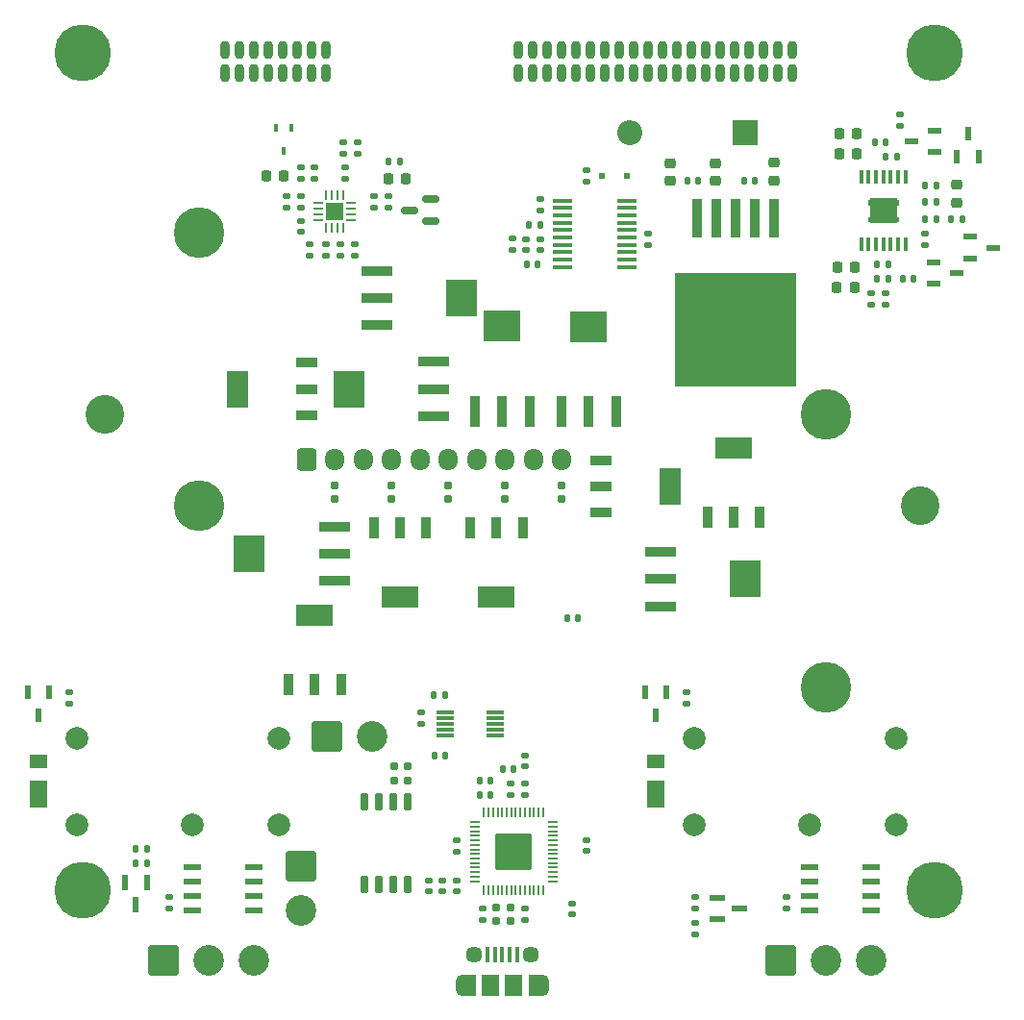
<source format=gbr>
%TF.GenerationSoftware,KiCad,Pcbnew,(6.0.2)*%
%TF.CreationDate,2023-01-13T18:58:57-08:00*%
%TF.ProjectId,ProvesXEPS,50726f76-6573-4584-9550-532e6b696361,rev?*%
%TF.SameCoordinates,Original*%
%TF.FileFunction,Soldermask,Top*%
%TF.FilePolarity,Negative*%
%FSLAX46Y46*%
G04 Gerber Fmt 4.6, Leading zero omitted, Abs format (unit mm)*
G04 Created by KiCad (PCBNEW (6.0.2)) date 2023-01-13 18:58:57*
%MOMM*%
%LPD*%
G01*
G04 APERTURE LIST*
G04 Aperture macros list*
%AMRoundRect*
0 Rectangle with rounded corners*
0 $1 Rounding radius*
0 $2 $3 $4 $5 $6 $7 $8 $9 X,Y pos of 4 corners*
0 Add a 4 corners polygon primitive as box body*
4,1,4,$2,$3,$4,$5,$6,$7,$8,$9,$2,$3,0*
0 Add four circle primitives for the rounded corners*
1,1,$1+$1,$2,$3*
1,1,$1+$1,$4,$5*
1,1,$1+$1,$6,$7*
1,1,$1+$1,$8,$9*
0 Add four rect primitives between the rounded corners*
20,1,$1+$1,$2,$3,$4,$5,0*
20,1,$1+$1,$4,$5,$6,$7,0*
20,1,$1+$1,$6,$7,$8,$9,0*
20,1,$1+$1,$8,$9,$2,$3,0*%
G04 Aperture macros list end*
%ADD10C,0.100000*%
%ADD11RoundRect,0.160000X-0.160000X0.197500X-0.160000X-0.197500X0.160000X-0.197500X0.160000X0.197500X0*%
%ADD12RoundRect,0.135000X-0.185000X0.135000X-0.185000X-0.135000X0.185000X-0.135000X0.185000X0.135000X0*%
%ADD13RoundRect,0.140000X-0.170000X0.140000X-0.170000X-0.140000X0.170000X-0.140000X0.170000X0.140000X0*%
%ADD14R,2.692400X0.939800*%
%ADD15R,2.692400X3.251200*%
%ADD16RoundRect,0.135000X0.185000X-0.135000X0.185000X0.135000X-0.185000X0.135000X-0.185000X-0.135000X0*%
%ADD17RoundRect,0.250001X-1.099999X1.099999X-1.099999X-1.099999X1.099999X-1.099999X1.099999X1.099999X0*%
%ADD18C,2.700000*%
%ADD19RoundRect,0.160000X-0.197500X-0.160000X0.197500X-0.160000X0.197500X0.160000X-0.197500X0.160000X0*%
%ADD20RoundRect,0.135000X0.135000X0.185000X-0.135000X0.185000X-0.135000X-0.185000X0.135000X-0.185000X0*%
%ADD21R,0.939800X2.692400*%
%ADD22R,3.251200X2.692400*%
%ADD23R,0.965200X3.505200*%
%ADD24R,10.668000X9.956800*%
%ADD25RoundRect,0.140000X0.140000X0.170000X-0.140000X0.170000X-0.140000X-0.170000X0.140000X-0.170000X0*%
%ADD26O,0.877000X1.627000*%
%ADD27RoundRect,0.160000X0.197500X0.160000X-0.197500X0.160000X-0.197500X-0.160000X0.197500X-0.160000X0*%
%ADD28C,2.006600*%
%ADD29RoundRect,0.225000X-0.225000X-0.250000X0.225000X-0.250000X0.225000X0.250000X-0.225000X0.250000X0*%
%ADD30R,1.676400X0.355600*%
%ADD31RoundRect,0.135000X-0.135000X-0.185000X0.135000X-0.185000X0.135000X0.185000X-0.135000X0.185000X0*%
%ADD32RoundRect,0.225000X0.250000X-0.225000X0.250000X0.225000X-0.250000X0.225000X-0.250000X-0.225000X0*%
%ADD33RoundRect,0.140000X0.170000X-0.140000X0.170000X0.140000X-0.170000X0.140000X-0.170000X-0.140000X0*%
%ADD34R,1.320800X0.558800*%
%ADD35RoundRect,0.250000X-0.600000X-0.725000X0.600000X-0.725000X0.600000X0.725000X-0.600000X0.725000X0*%
%ADD36O,1.700000X1.950000*%
%ADD37RoundRect,0.160000X0.160000X-0.197500X0.160000X0.197500X-0.160000X0.197500X-0.160000X-0.197500X0*%
%ADD38R,1.900000X0.950000*%
%ADD39R,1.900000X3.250000*%
%ADD40R,0.304800X1.270000*%
%ADD41R,2.460000X2.310000*%
%ADD42R,0.950000X1.900000*%
%ADD43R,3.250000X1.900000*%
%ADD44R,1.168400X0.533400*%
%ADD45R,1.498600X2.387600*%
%ADD46R,1.498600X1.244600*%
%ADD47R,2.200000X2.200000*%
%ADD48O,2.200000X2.200000*%
%ADD49C,5.000000*%
%ADD50RoundRect,0.147500X-0.147500X-0.172500X0.147500X-0.172500X0.147500X0.172500X-0.147500X0.172500X0*%
%ADD51RoundRect,0.250001X-1.099999X-1.099999X1.099999X-1.099999X1.099999X1.099999X-1.099999X1.099999X0*%
%ADD52R,0.533400X1.168400*%
%ADD53RoundRect,0.225000X0.225000X0.250000X-0.225000X0.250000X-0.225000X-0.250000X0.225000X-0.250000X0*%
%ADD54RoundRect,0.140000X-0.140000X-0.170000X0.140000X-0.170000X0.140000X0.170000X-0.140000X0.170000X0*%
%ADD55RoundRect,0.150000X0.587500X0.150000X-0.587500X0.150000X-0.587500X-0.150000X0.587500X-0.150000X0*%
%ADD56R,0.400000X1.350000*%
%ADD57C,1.450000*%
%ADD58O,1.200000X1.900000*%
%ADD59R,1.500000X1.900000*%
%ADD60R,1.200000X1.900000*%
%ADD61RoundRect,0.147500X-0.172500X0.147500X-0.172500X-0.147500X0.172500X-0.147500X0.172500X0.147500X0*%
%ADD62RoundRect,0.150000X-0.150000X0.650000X-0.150000X-0.650000X0.150000X-0.650000X0.150000X0.650000X0*%
%ADD63R,0.558800X1.320800*%
%ADD64R,0.500000X0.500000*%
%ADD65R,0.450000X0.700000*%
%ADD66R,1.499800X0.558800*%
%ADD67R,0.249200X0.804800*%
%ADD68R,0.804800X0.249200*%
%ADD69R,1.550000X1.550000*%
%ADD70R,1.524000X0.330200*%
%ADD71RoundRect,0.050000X0.387500X0.050000X-0.387500X0.050000X-0.387500X-0.050000X0.387500X-0.050000X0*%
%ADD72RoundRect,0.050000X0.050000X0.387500X-0.050000X0.387500X-0.050000X-0.387500X0.050000X-0.387500X0*%
%ADD73RoundRect,0.144000X1.456000X1.456000X-1.456000X1.456000X-1.456000X-1.456000X1.456000X-1.456000X0*%
%ADD74C,4.466000*%
%ADD75C,3.406000*%
G04 APERTURE END LIST*
D10*
%TO.C,IC1*%
X184788700Y-84097201D02*
X184888700Y-84097201D01*
X184888700Y-84097201D02*
X184888700Y-84447201D01*
X184888700Y-84447201D02*
X184788700Y-84447201D01*
X184788700Y-84447201D02*
X184788700Y-84097201D01*
G36*
X184888700Y-84447201D02*
G01*
X184788700Y-84447201D01*
X184788700Y-84097201D01*
X184888700Y-84097201D01*
X184888700Y-84447201D01*
G37*
X184888700Y-84447201D02*
X184788700Y-84447201D01*
X184788700Y-84097201D01*
X184888700Y-84097201D01*
X184888700Y-84447201D01*
X182328700Y-82997201D02*
X182228700Y-82997201D01*
X182228700Y-82997201D02*
X182228700Y-82647201D01*
X182228700Y-82647201D02*
X182328700Y-82647201D01*
X182328700Y-82647201D02*
X182328700Y-82997201D01*
G36*
X182328700Y-82997201D02*
G01*
X182228700Y-82997201D01*
X182228700Y-82647201D01*
X182328700Y-82647201D01*
X182328700Y-82997201D01*
G37*
X182328700Y-82997201D02*
X182228700Y-82997201D01*
X182228700Y-82647201D01*
X182328700Y-82647201D01*
X182328700Y-82997201D01*
X182328700Y-84097201D02*
X182228700Y-84097201D01*
X182228700Y-84097201D02*
X182228700Y-84447201D01*
X182228700Y-84447201D02*
X182328700Y-84447201D01*
X182328700Y-84447201D02*
X182328700Y-84097201D01*
G36*
X182328700Y-84447201D02*
G01*
X182228700Y-84447201D01*
X182228700Y-84097201D01*
X182328700Y-84097201D01*
X182328700Y-84447201D01*
G37*
X182328700Y-84447201D02*
X182228700Y-84447201D01*
X182228700Y-84097201D01*
X182328700Y-84097201D01*
X182328700Y-84447201D01*
X184788700Y-82997201D02*
X184888700Y-82997201D01*
X184888700Y-82997201D02*
X184888700Y-82647201D01*
X184888700Y-82647201D02*
X184788700Y-82647201D01*
X184788700Y-82647201D02*
X184788700Y-82997201D01*
G36*
X184888700Y-82997201D02*
G01*
X184788700Y-82997201D01*
X184788700Y-82647201D01*
X184888700Y-82647201D01*
X184888700Y-82997201D01*
G37*
X184888700Y-82997201D02*
X184788700Y-82997201D01*
X184788700Y-82647201D01*
X184888700Y-82647201D01*
X184888700Y-82997201D01*
%TD*%
D11*
%TO.C,R12*%
X150250000Y-107750001D03*
X150250000Y-108945001D03*
%TD*%
D12*
%TO.C,R25*%
X137000000Y-86490000D03*
X137000000Y-87510000D03*
%TD*%
D11*
%TO.C,R9*%
X145250000Y-107750001D03*
X145250000Y-108945001D03*
%TD*%
D13*
%TO.C,C7*%
X136144000Y-79770000D03*
X136144000Y-80730000D03*
%TD*%
D14*
%TO.C,Q12*%
X163917301Y-113612400D03*
X163917301Y-116000000D03*
X163917301Y-118387600D03*
D15*
X171384901Y-116000000D03*
%TD*%
D16*
%TO.C,R43*%
X152000000Y-135010000D03*
X152000000Y-133990000D03*
%TD*%
%TO.C,R5*%
X132250000Y-80760000D03*
X132250000Y-79740000D03*
%TD*%
D17*
%TO.C,J6*%
X132250000Y-141250000D03*
D18*
X132250000Y-145210000D03*
%TD*%
D19*
%TO.C,R42*%
X140500000Y-133750000D03*
X141695000Y-133750000D03*
%TD*%
D12*
%TO.C,R16*%
X183750000Y-90800001D03*
X183750000Y-91820001D03*
%TD*%
D20*
%TO.C,R32*%
X141010000Y-79250000D03*
X139990000Y-79250000D03*
%TD*%
D21*
%TO.C,Q7*%
X147612400Y-101207699D03*
X150000000Y-101207699D03*
X152387600Y-101207699D03*
D22*
X150000000Y-93740099D03*
%TD*%
D12*
%TO.C,R37*%
X175000002Y-143989999D03*
X175000002Y-145009999D03*
%TD*%
D23*
%TO.C,U3*%
X173949999Y-84250000D03*
X172250000Y-84250000D03*
X170549998Y-84250000D03*
X168849999Y-84250000D03*
X167150000Y-84250000D03*
D24*
X170549998Y-94054400D03*
%TD*%
D25*
%TO.C,C28*%
X148980000Y-133750000D03*
X148020000Y-133750000D03*
%TD*%
D14*
%TO.C,Q9*%
X138944000Y-88842400D03*
X138944000Y-91230000D03*
X138944000Y-93617600D03*
D15*
X146411600Y-91230000D03*
%TD*%
D12*
%TO.C,R22*%
X187250000Y-85540001D03*
X187250000Y-86560001D03*
%TD*%
D26*
%TO.C,J8*%
X125613854Y-71404591D03*
X125613854Y-69384591D03*
X126883854Y-71404591D03*
X126883854Y-69384591D03*
X128153854Y-71404591D03*
X128153854Y-69384591D03*
X129423854Y-71404591D03*
X129423854Y-69384591D03*
X130693854Y-71404591D03*
X130693854Y-69384591D03*
X131963854Y-71404591D03*
X131963854Y-69384591D03*
X133233854Y-71404591D03*
X133233854Y-69384591D03*
X134503854Y-71404591D03*
X134503854Y-69384591D03*
%TD*%
D13*
%TO.C,C29*%
X156150000Y-144545000D03*
X156150000Y-145505000D03*
%TD*%
D27*
%TO.C,R41*%
X141695000Y-132500000D03*
X140500000Y-132500000D03*
%TD*%
D28*
%TO.C,K2*%
X166922853Y-137599999D03*
X177082853Y-137599999D03*
X184702853Y-137599999D03*
X184702853Y-129979999D03*
X166922853Y-129979999D03*
%TD*%
D16*
%TO.C,R29*%
X185020000Y-76060001D03*
X185020000Y-75040001D03*
%TD*%
%TO.C,R3*%
X142876000Y-128750600D03*
X142876000Y-127730600D03*
%TD*%
%TO.C,R19*%
X131000000Y-83260000D03*
X131000000Y-82240000D03*
%TD*%
D13*
%TO.C,C21*%
X152000000Y-145020000D03*
X152000000Y-145980000D03*
%TD*%
D12*
%TO.C,R30*%
X111893700Y-125989999D03*
X111893700Y-127009999D03*
%TD*%
D29*
%TO.C,C12*%
X179500000Y-88550002D03*
X181050000Y-88550002D03*
%TD*%
D30*
%TO.C,U2*%
X155338852Y-82650001D03*
X155338852Y-83300002D03*
X155338852Y-83950000D03*
X155338852Y-84600002D03*
X155338852Y-85250000D03*
X155338852Y-85899999D03*
X155338852Y-86550000D03*
X155338852Y-87199999D03*
X155338852Y-87850000D03*
X155338852Y-88499999D03*
X160977652Y-88500001D03*
X160977652Y-87850003D03*
X160977652Y-87200002D03*
X160977652Y-86550003D03*
X160977652Y-85900002D03*
X160977652Y-85250003D03*
X160977652Y-84600002D03*
X160977652Y-83950003D03*
X160977652Y-83300002D03*
X160977652Y-82650003D03*
%TD*%
D31*
%TO.C,R36*%
X117690000Y-140990000D03*
X118710000Y-140990000D03*
%TD*%
D32*
%TO.C,C19*%
X168799998Y-80927000D03*
X168799998Y-79377000D03*
%TD*%
D33*
%TO.C,C34*%
X152000000Y-132480000D03*
X152000000Y-131520000D03*
%TD*%
D25*
%TO.C,C9*%
X144986000Y-131560600D03*
X144026000Y-131560600D03*
%TD*%
D32*
%TO.C,C20*%
X173949999Y-80891000D03*
X173949999Y-79341000D03*
%TD*%
D34*
%TO.C,Q19*%
X168976703Y-144047499D03*
X168976703Y-145952499D03*
X170856303Y-144999999D03*
%TD*%
D13*
%TO.C,C23*%
X148250000Y-145020000D03*
X148250000Y-145980000D03*
%TD*%
D35*
%TO.C,J1*%
X132750001Y-105500000D03*
D36*
X135250001Y-105500000D03*
X137750001Y-105500000D03*
X140250001Y-105500000D03*
X142750001Y-105500000D03*
X145250001Y-105500000D03*
X147750001Y-105500000D03*
X150250001Y-105500000D03*
X152750001Y-105500000D03*
X155250001Y-105500000D03*
%TD*%
D33*
%TO.C,C31*%
X144750000Y-143500000D03*
X144750000Y-142540000D03*
%TD*%
D12*
%TO.C,R31*%
X166250002Y-125989998D03*
X166250002Y-127009998D03*
%TD*%
D37*
%TO.C,R39*%
X150750000Y-146097500D03*
X150750000Y-144902500D03*
%TD*%
D12*
%TO.C,R38*%
X120643700Y-143990000D03*
X120643700Y-145010000D03*
%TD*%
D16*
%TO.C,R13*%
X137250000Y-78510000D03*
X137250000Y-77490000D03*
%TD*%
D21*
%TO.C,Q5*%
X155240001Y-101210001D03*
X157627601Y-101210001D03*
X160015201Y-101210001D03*
D22*
X157627601Y-93742401D03*
%TD*%
D11*
%TO.C,R14*%
X140250000Y-107750001D03*
X140250000Y-108945001D03*
%TD*%
D38*
%TO.C,Q2*%
X158710000Y-105509999D03*
X158710000Y-107809999D03*
X158710000Y-110109999D03*
D39*
X164810000Y-107809999D03*
%TD*%
D20*
%TO.C,R18*%
X184009999Y-88300001D03*
X182989999Y-88300001D03*
%TD*%
D14*
%TO.C,Q1*%
X135207700Y-116137599D03*
X135207700Y-113749999D03*
X135207700Y-111362399D03*
D15*
X127740100Y-113749999D03*
%TD*%
D29*
%TO.C,C26*%
X139975000Y-80750000D03*
X141525000Y-80750000D03*
%TD*%
D40*
%TO.C,IC1*%
X181608666Y-86519001D03*
X182258677Y-86519001D03*
X182908689Y-86519001D03*
X183558700Y-86519001D03*
X184208711Y-86519001D03*
X184858723Y-86519001D03*
X185508734Y-86519001D03*
X185508734Y-80575401D03*
X184858723Y-80575401D03*
X184208711Y-80575401D03*
X183558700Y-80575401D03*
X182908689Y-80575401D03*
X182258677Y-80575401D03*
X181608666Y-80575401D03*
D41*
X183558700Y-83547201D03*
%TD*%
D42*
%TO.C,Q3*%
X143300001Y-111450001D03*
X141000001Y-111450001D03*
X138700001Y-111450001D03*
D43*
X141000001Y-117550001D03*
%TD*%
D44*
%TO.C,Q13*%
X187984000Y-88100000D03*
X187984000Y-90000002D03*
X190016000Y-89050001D03*
%TD*%
D45*
%TO.C,D3*%
X109143700Y-134930900D03*
D46*
X109143700Y-132069100D03*
%TD*%
D25*
%TO.C,C15*%
X186250000Y-89550001D03*
X185290000Y-89550001D03*
%TD*%
D47*
%TO.C,D2*%
X171379998Y-76652000D03*
D48*
X161219998Y-76652000D03*
%TD*%
D49*
%TO.C,*%
X113078853Y-143424591D03*
%TD*%
D13*
%TO.C,C3*%
X153382852Y-86039001D03*
X153382852Y-86999001D03*
%TD*%
D50*
%TO.C,L2*%
X183765000Y-78800001D03*
X184735000Y-78800001D03*
%TD*%
D25*
%TO.C,C27*%
X148980000Y-135000000D03*
X148020000Y-135000000D03*
%TD*%
D51*
%TO.C,J2*%
X174540002Y-149549999D03*
D18*
X178500002Y-149549999D03*
X182460002Y-149549999D03*
%TD*%
D33*
%TO.C,C5*%
X152132852Y-86999001D03*
X152132852Y-86039001D03*
%TD*%
D31*
%TO.C,R23*%
X187239999Y-84300001D03*
X188259999Y-84300001D03*
%TD*%
D52*
%TO.C,Q18*%
X164450003Y-125984000D03*
X162550001Y-125984000D03*
X163500002Y-128016000D03*
%TD*%
D16*
%TO.C,R28*%
X134500000Y-87510000D03*
X134500000Y-86490000D03*
%TD*%
D26*
%TO.C,J7*%
X151413852Y-71404590D03*
X151413852Y-69384590D03*
X152683852Y-71404590D03*
X152683852Y-69384590D03*
X153953852Y-71404590D03*
X153953852Y-69384590D03*
X155223852Y-71404590D03*
X155223852Y-69384590D03*
X156493852Y-71404590D03*
X156493852Y-69384590D03*
X157763852Y-71404590D03*
X157763852Y-69384590D03*
X159033852Y-71404590D03*
X159033852Y-69384590D03*
X160303852Y-71404590D03*
X160303852Y-69384590D03*
X161573852Y-71404590D03*
X161573852Y-69384590D03*
X162843852Y-71404590D03*
X162843852Y-69384590D03*
X164113852Y-71404590D03*
X164113852Y-69384590D03*
X165383852Y-71404590D03*
X165383852Y-69384590D03*
X166653852Y-71404590D03*
X166653852Y-69384590D03*
X167923852Y-71404590D03*
X167923852Y-69384590D03*
X169193852Y-71404590D03*
X169193852Y-69384590D03*
X170463852Y-71404590D03*
X170463852Y-69384590D03*
X171733852Y-71404590D03*
X171733852Y-69384590D03*
X173003852Y-71404590D03*
X173003852Y-69384590D03*
X174273852Y-71404590D03*
X174273852Y-69384590D03*
X175543852Y-71404590D03*
X175543852Y-69384590D03*
%TD*%
D12*
%TO.C,R20*%
X138750000Y-82240000D03*
X138750000Y-83260000D03*
%TD*%
D16*
%TO.C,R15*%
X182500000Y-91810001D03*
X182500000Y-90790001D03*
%TD*%
D53*
%TO.C,C1*%
X130775000Y-80500000D03*
X129225000Y-80500000D03*
%TD*%
D20*
%TO.C,R2*%
X145004200Y-126172600D03*
X143984200Y-126172600D03*
%TD*%
D13*
%TO.C,C32*%
X146000000Y-139020000D03*
X146000000Y-139980000D03*
%TD*%
D54*
%TO.C,C4*%
X152152852Y-88269001D03*
X153112852Y-88269001D03*
%TD*%
D49*
%TO.C,*%
X188078854Y-69624589D03*
%TD*%
D55*
%TO.C,Q14*%
X143687500Y-84450000D03*
X143687500Y-82550000D03*
X141812500Y-83500000D03*
%TD*%
D31*
%TO.C,R27*%
X187240000Y-81300000D03*
X188260000Y-81300000D03*
%TD*%
D56*
%TO.C,J5*%
X148700000Y-149037500D03*
X149350000Y-149037500D03*
X150000000Y-149037500D03*
X150650000Y-149037500D03*
X151300000Y-149037500D03*
D57*
X147500000Y-149037500D03*
D58*
X146500000Y-151737500D03*
X153500000Y-151737500D03*
D59*
X149000000Y-151737500D03*
D60*
X147100000Y-151737500D03*
D57*
X152500000Y-149037500D03*
D59*
X151000000Y-151737500D03*
D60*
X152900000Y-151737500D03*
%TD*%
D54*
%TO.C,C16*%
X183020000Y-89550001D03*
X183980000Y-89550001D03*
%TD*%
D33*
%TO.C,C35*%
X143500000Y-143480000D03*
X143500000Y-142520000D03*
%TD*%
D12*
%TO.C,R4*%
X157382852Y-80009001D03*
X157382852Y-81029001D03*
%TD*%
D50*
%TO.C,L3*%
X166314998Y-80902000D03*
X167284998Y-80902000D03*
%TD*%
D32*
%TO.C,C17*%
X190000000Y-82825002D03*
X190000000Y-81275002D03*
%TD*%
D31*
%TO.C,R34*%
X117680000Y-139760000D03*
X118700000Y-139760000D03*
%TD*%
D52*
%TO.C,Q17*%
X110093701Y-125984000D03*
X108193699Y-125984000D03*
X109143700Y-128016000D03*
%TD*%
D61*
%TO.C,L1*%
X132250000Y-84464500D03*
X132250000Y-85434500D03*
%TD*%
D45*
%TO.C,D4*%
X163500002Y-134930899D03*
D46*
X163500002Y-132069099D03*
%TD*%
D51*
%TO.C,J4*%
X134575000Y-129825000D03*
D18*
X138535000Y-129825000D03*
%TD*%
D13*
%TO.C,C10*%
X133000000Y-86520000D03*
X133000000Y-87480000D03*
%TD*%
D12*
%TO.C,R17*%
X132250000Y-82240000D03*
X132250000Y-83260000D03*
%TD*%
D13*
%TO.C,C2*%
X133500000Y-79770000D03*
X133500000Y-80730000D03*
%TD*%
D49*
%TO.C,*%
X113078853Y-69624591D03*
%TD*%
D62*
%TO.C,U5*%
X141655000Y-135650000D03*
X140385000Y-135650000D03*
X139115000Y-135650000D03*
X137845000Y-135650000D03*
X137845000Y-142850000D03*
X139115000Y-142850000D03*
X140385000Y-142850000D03*
X141655000Y-142850000D03*
%TD*%
D42*
%TO.C,Q11*%
X168075001Y-110550000D03*
X170375001Y-110550000D03*
X172675001Y-110550000D03*
D43*
X170375001Y-104450000D03*
%TD*%
D63*
%TO.C,Q20*%
X118702500Y-142746700D03*
X116797500Y-142746700D03*
X117750000Y-144626300D03*
%TD*%
D53*
%TO.C,C11*%
X181250000Y-78550000D03*
X179700000Y-78550000D03*
%TD*%
D64*
%TO.C,D1*%
X160982852Y-80519001D03*
X158782852Y-80519001D03*
%TD*%
D31*
%TO.C,R24*%
X189490000Y-84300002D03*
X190510000Y-84300002D03*
%TD*%
D42*
%TO.C,Q10*%
X131200000Y-125300000D03*
X133500000Y-125300000D03*
X135800000Y-125300000D03*
D43*
X133500000Y-119200000D03*
%TD*%
D50*
%TO.C,L4*%
X171274998Y-80936000D03*
X172244998Y-80936000D03*
%TD*%
D65*
%TO.C,D5*%
X131400000Y-76250000D03*
X130100000Y-76250000D03*
X130750000Y-78250000D03*
%TD*%
D16*
%TO.C,R1*%
X150882852Y-87029001D03*
X150882852Y-86009001D03*
%TD*%
D31*
%TO.C,R8*%
X152372851Y-84769001D03*
X153392851Y-84769001D03*
%TD*%
D66*
%TO.C,Q22*%
X122687999Y-141345001D03*
X122687999Y-142615001D03*
X122687999Y-143885001D03*
X122687999Y-145155001D03*
X128099403Y-145155001D03*
X128099403Y-143885001D03*
X128099403Y-142615001D03*
X128099403Y-141345001D03*
%TD*%
D32*
%TO.C,C18*%
X164799998Y-80927000D03*
X164799998Y-79377000D03*
%TD*%
D11*
%TO.C,R10*%
X155250000Y-107750001D03*
X155250000Y-108945001D03*
%TD*%
D67*
%TO.C,IC2*%
X136000001Y-82168999D03*
X135500000Y-82168999D03*
X135000000Y-82168999D03*
X134499999Y-82168999D03*
D68*
X133797600Y-82871398D03*
X133797600Y-83371399D03*
X133797600Y-83871399D03*
X133797600Y-84371400D03*
D67*
X134499999Y-85073799D03*
X135000000Y-85073799D03*
X135500000Y-85073799D03*
X136000001Y-85073799D03*
D68*
X136702400Y-84371400D03*
X136702400Y-83871399D03*
X136702400Y-83371399D03*
X136702400Y-82871398D03*
D69*
X135250000Y-83621399D03*
%TD*%
D44*
%TO.C,Q21*%
X188036000Y-78385002D03*
X188036000Y-76485000D03*
X186004000Y-77435001D03*
%TD*%
D25*
%TO.C,C14*%
X183750000Y-77550001D03*
X182790000Y-77550001D03*
%TD*%
D54*
%TO.C,C30*%
X150040000Y-132750000D03*
X151000000Y-132750000D03*
%TD*%
D12*
%TO.C,R33*%
X167000002Y-146239999D03*
X167000002Y-147259999D03*
%TD*%
D70*
%TO.C,U1*%
X145000000Y-127749999D03*
X145000000Y-128250001D03*
X145000000Y-128750000D03*
X145000000Y-129249999D03*
X145000000Y-129750001D03*
X149343400Y-129750001D03*
X149343400Y-129249999D03*
X149343400Y-128750000D03*
X149343400Y-128250001D03*
X149343400Y-127749999D03*
%TD*%
D13*
%TO.C,C24*%
X157400000Y-138995000D03*
X157400000Y-139955000D03*
%TD*%
D20*
%TO.C,R26*%
X188259999Y-82800001D03*
X187239999Y-82800001D03*
%TD*%
D53*
%TO.C,C13*%
X181250000Y-76800001D03*
X179700000Y-76800001D03*
%TD*%
D44*
%TO.C,Q15*%
X191234000Y-85850000D03*
X191234000Y-87750002D03*
X193266000Y-86800001D03*
%TD*%
D66*
%TO.C,Q23*%
X177044301Y-141345000D03*
X177044301Y-142615000D03*
X177044301Y-143885000D03*
X177044301Y-145155000D03*
X182455705Y-145155000D03*
X182455705Y-143885000D03*
X182455705Y-142615000D03*
X182455705Y-141345000D03*
%TD*%
D51*
%TO.C,J3*%
X120183700Y-149550000D03*
D18*
X124143700Y-149550000D03*
X128103700Y-149550000D03*
%TD*%
D33*
%TO.C,C6*%
X162882502Y-86552501D03*
X162882502Y-85592501D03*
%TD*%
D52*
%TO.C,Q16*%
X190049999Y-78816001D03*
X191950001Y-78816001D03*
X191000000Y-76784001D03*
%TD*%
D28*
%TO.C,K1*%
X112566550Y-137599999D03*
X122726550Y-137599999D03*
X130346550Y-137599999D03*
X130346550Y-129979999D03*
X112566550Y-129979999D03*
%TD*%
D33*
%TO.C,C22*%
X150750000Y-134980000D03*
X150750000Y-134020000D03*
%TD*%
D38*
%TO.C,Q6*%
X132800000Y-101550000D03*
X132800000Y-99250000D03*
X132800000Y-96950000D03*
D39*
X126700000Y-99250000D03*
%TD*%
D12*
%TO.C,R7*%
X153382852Y-82509001D03*
X153382852Y-83529001D03*
%TD*%
%TO.C,R11*%
X136000000Y-77490000D03*
X136000000Y-78510000D03*
%TD*%
D37*
%TO.C,R40*%
X149500000Y-146097500D03*
X149500000Y-144902500D03*
%TD*%
D11*
%TO.C,R6*%
X135250000Y-107750001D03*
X135250000Y-108945001D03*
%TD*%
D14*
%TO.C,Q4*%
X143957700Y-101637601D03*
X143957700Y-99250001D03*
X143957700Y-96862401D03*
D15*
X136490100Y-99250001D03*
%TD*%
D42*
%TO.C,Q8*%
X151800000Y-111450000D03*
X149500000Y-111450000D03*
X147200000Y-111450000D03*
D43*
X149500000Y-117550000D03*
%TD*%
D12*
%TO.C,R21*%
X135750000Y-86490000D03*
X135750000Y-87510000D03*
%TD*%
D33*
%TO.C,C25*%
X146000000Y-143480000D03*
X146000000Y-142520000D03*
%TD*%
D16*
%TO.C,R35*%
X167000003Y-145010000D03*
X167000003Y-143990000D03*
%TD*%
D29*
%TO.C,C8*%
X179475000Y-90300001D03*
X181025000Y-90300001D03*
%TD*%
D49*
%TO.C,*%
X188078854Y-143424591D03*
%TD*%
D12*
%TO.C,R44*%
X140000000Y-82240000D03*
X140000000Y-83260000D03*
%TD*%
D71*
%TO.C,U4*%
X154437500Y-142600000D03*
X154437500Y-142200000D03*
X154437500Y-141800000D03*
X154437500Y-141400000D03*
X154437500Y-141000000D03*
X154437500Y-140600000D03*
X154437500Y-140200000D03*
X154437500Y-139800000D03*
X154437500Y-139400000D03*
X154437500Y-139000000D03*
X154437500Y-138600000D03*
X154437500Y-138200000D03*
X154437500Y-137800000D03*
X154437500Y-137400000D03*
D72*
X153600000Y-136562500D03*
X153200000Y-136562500D03*
X152800000Y-136562500D03*
X152400000Y-136562500D03*
X152000000Y-136562500D03*
X151600000Y-136562500D03*
X151200000Y-136562500D03*
X150800000Y-136562500D03*
X150400000Y-136562500D03*
X150000000Y-136562500D03*
X149600000Y-136562500D03*
X149200000Y-136562500D03*
X148800000Y-136562500D03*
X148400000Y-136562500D03*
D71*
X147562500Y-137400000D03*
X147562500Y-137800000D03*
X147562500Y-138200000D03*
X147562500Y-138600000D03*
X147562500Y-139000000D03*
X147562500Y-139400000D03*
X147562500Y-139800000D03*
X147562500Y-140200000D03*
X147562500Y-140600000D03*
X147562500Y-141000000D03*
X147562500Y-141400000D03*
X147562500Y-141800000D03*
X147562500Y-142200000D03*
X147562500Y-142600000D03*
D72*
X148400000Y-143437500D03*
X148800000Y-143437500D03*
X149200000Y-143437500D03*
X149600000Y-143437500D03*
X150000000Y-143437500D03*
X150400000Y-143437500D03*
X150800000Y-143437500D03*
X151200000Y-143437500D03*
X151600000Y-143437500D03*
X152000000Y-143437500D03*
X152400000Y-143437500D03*
X152800000Y-143437500D03*
X153200000Y-143437500D03*
X153600000Y-143437500D03*
D73*
X151000000Y-140000000D03*
%TD*%
D25*
%TO.C,C33*%
X156705000Y-119400000D03*
X155745000Y-119400000D03*
%TD*%
D74*
%TO.C,U14*%
X123300000Y-109500000D03*
X178500000Y-125500000D03*
D75*
X186830000Y-109500000D03*
%TD*%
D74*
%TO.C,U11*%
X178500000Y-101500000D03*
X123300000Y-85500000D03*
D75*
X114970000Y-101500000D03*
%TD*%
M02*

</source>
